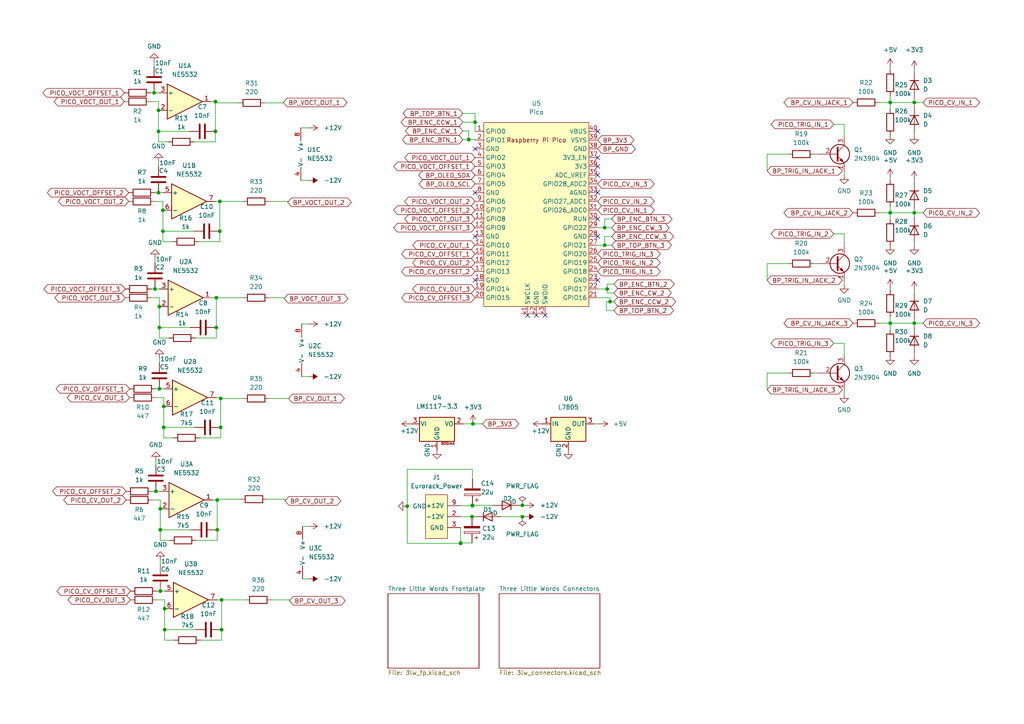
<source format=kicad_sch>
(kicad_sch (version 20211123) (generator eeschema)
  (paper "A4")
  (lib_symbols
    (symbol "Amplifier_Operational:NE5532" (pin_names (offset 0.127))
      (property "Reference" "U" (at 0 5.08 0))
      (property "Value" "NE5532" (at 0 -5.08 0))
      (symbol "NE5532_1_1"
        (pin output line (at 7.62 0 180) (length 2.54) (name "~") (number "1"))
        (pin input line (at -7.62 -2.54 0) (length 2.54) (name "-") (number "2"))
        (pin input line (at -7.62 2.54 0) (length 2.54) (name "+") (number "3"))
      )
      (symbol "NE5532_2_1"
        (pin input line (at -7.62 2.54 0) (length 2.54) (name "+") (number "5"))
        (pin input line (at -7.62 -2.54 0) (length 2.54) (name "-") (number "6"))
        (pin output line (at 7.62 0 180) (length 2.54) (name "~") (number "7"))
      )
      (symbol "NE5532_3_1"
        (pin power_in line (at -2.54 -7.62 90) (length 3.81) (name "V-") (number "4"))
        (pin power_in line (at -2.54 7.62 270) (length 3.81) (name "V+") (number "8"))
      )
    )
    (symbol "Device:C" (pin_numbers hide) (pin_names (offset 0.254))
      (property "Reference" "C" (at 0.635 2.54 0))
      (property "Value" "C" (at 0.635 -2.54 0))
      (symbol "C_1_1"
        (pin passive line (at 0 3.81 270) (length 2.794) (name "~") (number "1"))
        (pin passive line (at 0 -3.81 90) (length 2.794) (name "~") (number "2"))
      )
    )
    (symbol "Device:C_Polarized" (pin_numbers hide) (pin_names (offset 0.254))
      (property "Reference" "C" (at 0.635 2.54 0))
      (property "Value" "C_Polarized" (at 0.635 -2.54 0))
      (symbol "C_Polarized_1_1"
        (pin passive line (at 0 3.81 270) (length 2.794) (name "~") (number "1"))
        (pin passive line (at 0 -3.81 90) (length 2.794) (name "~") (number "2"))
      )
    )
    (symbol "Device:D" (pin_numbers hide) (pin_names (offset 1.016) hide)
      (property "Reference" "D" (at 0 2.54 0))
      (property "Value" "D" (at 0 -2.54 0))
      (symbol "D_1_1"
        (pin passive line (at -3.81 0 0) (length 2.54) (name "K") (number "1"))
        (pin passive line (at 3.81 0 180) (length 2.54) (name "A") (number "2"))
      )
    )
    (symbol "Device:R" (pin_numbers hide) (pin_names (offset 0))
      (property "Reference" "R" (at 2.032 0 90))
      (property "Value" "R" (at 0 0 90))
      (symbol "R_1_1"
        (pin passive line (at 0 3.81 270) (length 1.27) (name "~") (number "1"))
        (pin passive line (at 0 -3.81 90) (length 1.27) (name "~") (number "2"))
      )
    )
    (symbol "MCU_RaspberryPi_and_Boards:Pico"
      (property "Reference" "U" (at -13.97 27.94 0))
      (property "Value" "Pico" (at 0 19.05 0))
      (symbol "Pico_0_0"
        (text "Raspberry Pi Pico" (at 0 21.59 0) (effects (font (size 1.27 1.27))))
      )
      (symbol "Pico_1_1"
        (pin bidirectional line (at -17.78 24.13 0) (length 2.54) (name "GPIO0") (number "1"))
        (pin bidirectional line (at -17.78 1.27 0) (length 2.54) (name "GPIO7") (number "10"))
        (pin bidirectional line (at -17.78 -1.27 0) (length 2.54) (name "GPIO8") (number "11"))
        (pin bidirectional line (at -17.78 -3.81 0) (length 2.54) (name "GPIO9") (number "12"))
        (pin power_in line (at -17.78 -6.35 0) (length 2.54) (name "GND") (number "13"))
        (pin bidirectional line (at -17.78 -8.89 0) (length 2.54) (name "GPIO10") (number "14"))
        (pin bidirectional line (at -17.78 -11.43 0) (length 2.54) (name "GPIO11") (number "15"))
        (pin bidirectional line (at -17.78 -13.97 0) (length 2.54) (name "GPIO12") (number "16"))
        (pin bidirectional line (at -17.78 -16.51 0) (length 2.54) (name "GPIO13") (number "17"))
        (pin power_in line (at -17.78 -19.05 0) (length 2.54) (name "GND") (number "18"))
        (pin bidirectional line (at -17.78 -21.59 0) (length 2.54) (name "GPIO14") (number "19"))
        (pin bidirectional line (at -17.78 21.59 0) (length 2.54) (name "GPIO1") (number "2"))
        (pin bidirectional line (at -17.78 -24.13 0) (length 2.54) (name "GPIO15") (number "20"))
        (pin bidirectional line (at 17.78 -24.13 180) (length 2.54) (name "GPIO16") (number "21"))
        (pin bidirectional line (at 17.78 -21.59 180) (length 2.54) (name "GPIO17") (number "22"))
        (pin power_in line (at 17.78 -19.05 180) (length 2.54) (name "GND") (number "23"))
        (pin bidirectional line (at 17.78 -16.51 180) (length 2.54) (name "GPIO18") (number "24"))
        (pin bidirectional line (at 17.78 -13.97 180) (length 2.54) (name "GPIO19") (number "25"))
        (pin bidirectional line (at 17.78 -11.43 180) (length 2.54) (name "GPIO20") (number "26"))
        (pin bidirectional line (at 17.78 -8.89 180) (length 2.54) (name "GPIO21") (number "27"))
        (pin power_in line (at 17.78 -6.35 180) (length 2.54) (name "GND") (number "28"))
        (pin bidirectional line (at 17.78 -3.81 180) (length 2.54) (name "GPIO22") (number "29"))
        (pin power_in line (at -17.78 19.05 0) (length 2.54) (name "GND") (number "3"))
        (pin input line (at 17.78 -1.27 180) (length 2.54) (name "RUN") (number "30"))
        (pin bidirectional line (at 17.78 1.27 180) (length 2.54) (name "GPIO26_ADC0") (number "31"))
        (pin bidirectional line (at 17.78 3.81 180) (length 2.54) (name "GPIO27_ADC1") (number "32"))
        (pin power_in line (at 17.78 6.35 180) (length 2.54) (name "AGND") (number "33"))
        (pin bidirectional line (at 17.78 8.89 180) (length 2.54) (name "GPIO28_ADC2") (number "34"))
        (pin power_in line (at 17.78 11.43 180) (length 2.54) (name "ADC_VREF") (number "35"))
        (pin power_in line (at 17.78 13.97 180) (length 2.54) (name "3V3") (number "36"))
        (pin input line (at 17.78 16.51 180) (length 2.54) (name "3V3_EN") (number "37"))
        (pin bidirectional line (at 17.78 19.05 180) (length 2.54) (name "GND") (number "38"))
        (pin power_in line (at 17.78 21.59 180) (length 2.54) (name "VSYS") (number "39"))
        (pin bidirectional line (at -17.78 16.51 0) (length 2.54) (name "GPIO2") (number "4"))
        (pin power_in line (at 17.78 24.13 180) (length 2.54) (name "VBUS") (number "40"))
        (pin input line (at -2.54 -29.21 90) (length 2.54) (name "SWCLK") (number "41"))
        (pin power_in line (at 0 -29.21 90) (length 2.54) (name "GND") (number "42"))
        (pin bidirectional line (at 2.54 -29.21 90) (length 2.54) (name "SWDIO") (number "43"))
        (pin bidirectional line (at -17.78 13.97 0) (length 2.54) (name "GPIO3") (number "5"))
        (pin bidirectional line (at -17.78 11.43 0) (length 2.54) (name "GPIO4") (number "6"))
        (pin bidirectional line (at -17.78 8.89 0) (length 2.54) (name "GPIO5") (number "7"))
        (pin power_in line (at -17.78 6.35 0) (length 2.54) (name "GND") (number "8"))
        (pin bidirectional line (at -17.78 3.81 0) (length 2.54) (name "GPIO6") (number "9"))
      )
    )
    (symbol "Regulator_Linear:L7805" (pin_names (offset 0.254))
      (property "Reference" "U" (at -3.81 3.175 0))
      (property "Value" "L7805" (at 0 3.175 0))
      (symbol "L7805_1_1"
        (pin power_in line (at -7.62 0 0) (length 2.54) (name "IN") (number "1"))
        (pin power_in line (at 0 -7.62 90) (length 2.54) (name "GND") (number "2"))
        (pin power_out line (at 7.62 0 180) (length 2.54) (name "OUT") (number "3"))
      )
    )
    (symbol "Transistor_BJT:2N3904" (pin_names (offset 0) hide)
      (property "Reference" "Q" (at 5.08 1.905 0))
      (property "Value" "2N3904" (at 5.08 0 0))
      (symbol "2N3904_1_1"
        (pin passive line (at 2.54 -5.08 90) (length 2.54) (name "E") (number "1"))
        (pin passive line (at -5.08 0 0) (length 5.715) (name "B") (number "2"))
        (pin passive line (at 2.54 5.08 270) (length 2.54) (name "C") (number "3"))
      )
    )
    (symbol "power:+12V" (power) (pin_names (offset 0))
      (property "Value" "+12V" (at 0 3.556 0))
      (symbol "+12V_1_1"
        (pin power_in line (at 0 0 90) (length 0) hide (name "+12V") (number "1"))
      )
    )
    (symbol "power:+3V3" (power) (pin_names (offset 0))
      (property "Value" "+3V3" (at 0 3.556 0))
      (symbol "+3V3_1_1"
        (pin power_in line (at 0 0 90) (length 0) hide (name "+3V3") (number "1"))
      )
    )
    (symbol "power:+5V" (power) (pin_names (offset 0))
      (property "Value" "+5V" (at 0 3.556 0))
      (symbol "+5V_1_1"
        (pin power_in line (at 0 0 90) (length 0) hide (name "+5V") (number "1"))
      )
    )
    (symbol "power:-12V" (power) (pin_names (offset 0))
      (property "Value" "-12V" (at 0 3.81 0))
      (symbol "-12V_0_0"
        (pin power_in line (at 0 0 90) (length 0) hide (name "-12V") (number "1"))
      )
    )
    (symbol "power:GND" (power) (pin_names (offset 0))
      (property "Value" "GND" (at 0 -3.81 0))
      (symbol "GND_1_1"
        (pin power_in line (at 0 0 270) (length 0) hide (name "GND") (number "1"))
      )
    )
    (symbol "power:PWR_FLAG" (power) (pin_numbers hide) (pin_names (offset 0) hide)
      (property "Value" "PWR_FLAG" (at 0 3.81 0))
      (symbol "PWR_FLAG_0_0"
        (pin power_out line (at 0 0 90) (length 0) (name "pwr") (number "1"))
      )
    )
    (symbol "winterbloom:Eurorack_Power" (pin_names (offset 1.016))
      (property "Reference" "J" (at -0.635 7.62 0))
      (property "Value" "Eurorack_Power" (at 0 -7.62 0))
      (symbol "Eurorack_Power_1_1"
        (pin power_out line (at 6.985 0 180) (length 3.81) hide (name "-12V") (number "1"))
        (pin passive line (at 6.985 3.175 180) (length 3.81) hide (name "+12V") (number "10"))
        (pin passive line (at 6.985 0 180) (length 3.81) (name "-12V") (number "2"))
        (pin power_out line (at 6.985 -3.175 180) (length 3.81) (name "GND") (number "3"))
        (pin passive line (at 6.985 -3.175 180) (length 3.81) hide (name "GND") (number "4"))
        (pin passive line (at 6.985 -3.175 180) (length 3.81) hide (name "GND") (number "5"))
        (pin passive line (at 6.985 -3.175 180) (length 3.81) hide (name "GND") (number "6"))
        (pin passive line (at 6.985 -3.175 180) (length 3.81) hide (name "GND") (number "7"))
        (pin passive line (at 6.985 -3.175 180) (length 3.81) hide (name "GND") (number "8"))
        (pin power_out line (at 6.985 3.175 180) (length 3.81) (name "+12V") (number "9"))
      )
    )
    (symbol "winterbloom:LM1117-3.3" (pin_names (offset 0.254))
      (property "Reference" "U" (at -5.08 5.08 0))
      (property "Value" "LM1117-3.3" (at -5.715 3.175 0))
      (symbol "LM1117-3.3_0_0"
        (text "800mA" (at 3.175 -5.715 0) (effects (font (size 0.762 0.762))))
      )
      (symbol "LM1117-3.3_1_1"
        (pin power_in line (at 0 -7.62 90) (length 2.54) (name "GND") (number "1"))
        (pin power_out line (at 7.62 0 180) (length 2.54) (name "VO") (number "2"))
        (pin power_in line (at -7.62 0 0) (length 2.54) (name "VI") (number "3"))
      )
    )
  )
  (junction (at 137.16 122.936))
  (junction (at 47.244 67.056))
  (junction (at 62.738 94.996))
  (junction (at 62.992 153.67))
  (junction (at 45.974 38.1))
  (junction (at 265.176 29.718))
  (junction (at 135.9526 40.4543))
  (junction (at 175.387 66.04))
  (junction (at 46.228 88.9))
  (junction (at 47.752 182.626))
  (junction (at 47.244 60.96))
  (junction (at 62.4723 29.464))
  (junction (at 62.738 86.36))
  (junction (at 151.511 149.86))
  (junction (at 45.974 55.88))
  (junction (at 46.482 147.574))
  (junction (at 133.604 157.607))
  (junction (at 151.511 146.558))
  (junction (at 46.482 153.67))
  (junction (at 64.262 173.99))
  (junction (at 175.3951 71.12))
  (junction (at 265.176 61.722))
  (junction (at 137.795 35.433))
  (junction (at 258.191 93.726))
  (junction (at 46.228 112.776))
  (junction (at 136.906 149.86))
  (junction (at 62.992 145.034))
  (junction (at 47.498 123.952))
  (junction (at 176.9479 87.503))
  (junction (at 63.754 67.056))
  (junction (at 64.008 115.57))
  (junction (at 258.191 61.722))
  (junction (at 46.228 94.996))
  (junction (at 45.212 142.494))
  (junction (at 137.033 146.685))
  (junction (at 133.604 157.48))
  (junction (at 265.176 93.726))
  (junction (at 47.498 117.856))
  (junction (at 63.754 58.42))
  (junction (at 44.704 26.924))
  (junction (at 46.482 171.45))
  (junction (at 137.033 146.558))
  (junction (at 64.008 123.952))
  (junction (at 118.11 146.812))
  (junction (at 44.958 83.82))
  (junction (at 64.262 182.626))
  (junction (at 45.974 32.004))
  (junction (at 62.484 38.1))
  (junction (at 258.191 29.718))
  (junction (at 135.9526 40.513))
  (junction (at 176.1002 83.82))
  (junction (at 47.752 176.53))
  (no_connect (at 137.795 68.58))
  (no_connect (at 137.795 43.18))
  (no_connect (at 173.355 55.88))
  (no_connect (at 155.575 91.44))
  (no_connect (at 173.355 68.58))
  (no_connect (at 153.035 91.44))
  (no_connect (at 158.115 91.44))
  (no_connect (at 137.795 55.88))
  (no_connect (at 173.355 50.8))
  (no_connect (at 173.355 45.72))
  (no_connect (at 137.795 81.28))
  (no_connect (at 173.355 81.28))
  (no_connect (at 173.355 38.1))
  (no_connect (at 173.355 48.26))
  (no_connect (at 173.355 63.5))
  (wire (pts (xy 265.176 60.452) (xy 265.176 61.722)))
  (wire (pts (xy 44.196 145.034) (xy 46.482 145.034)))
  (wire (pts (xy 244.856 67.818) (xy 244.856 71.374)))
  (wire (pts (xy 43.942 83.82) (xy 44.958 83.82)))
  (wire (pts (xy 244.856 49.784) (xy 244.856 50.8)))
  (wire (pts (xy 47.498 115.316) (xy 47.498 117.856)))
  (wire (pts (xy 64.008 115.316) (xy 62.738 115.316)))
  (wire (pts (xy 46.228 98.044) (xy 46.228 94.996)))
  (wire (pts (xy 69.215 29.845) (xy 62.4723 29.845)))
  (wire (pts (xy 77.47 144.78) (xy 82.677 144.78)))
  (wire (pts (xy 133.604 153.035) (xy 133.604 157.48)))
  (wire (pts (xy 82.169 29.845) (xy 82.169 29.718)))
  (wire (pts (xy 176.1002 82.423) (xy 176.1002 83.82)))
  (wire (pts (xy 150.749 146.558) (xy 151.511 146.558)))
  (wire (pts (xy 133.604 146.685) (xy 137.033 146.685)))
  (wire (pts (xy 83.439 58.42) (xy 83.439 58.674)))
  (wire (pts (xy 178.054 82.423) (xy 176.1002 82.423)))
  (wire (pts (xy 64.008 115.316) (xy 64.008 115.57)))
  (wire (pts (xy 258.191 93.726) (xy 258.191 91.821)))
  (wire (pts (xy 78.105 115.57) (xy 83.693 115.57)))
  (wire (pts (xy 64.262 185.674) (xy 64.262 182.626)))
  (wire (pts (xy 82.677 144.78) (xy 82.677 145.288)))
  (wire (pts (xy 255.016 93.726) (xy 258.191 93.726)))
  (wire (pts (xy 118.11 136.144) (xy 118.11 146.812)))
  (wire (pts (xy 62.992 144.78) (xy 62.992 145.034)))
  (wire (pts (xy 46.228 94.996) (xy 46.228 88.9)))
  (wire (pts (xy 76.835 29.845) (xy 82.169 29.845)))
  (wire (pts (xy 118.11 136.144) (xy 137.033 136.144)))
  (wire (pts (xy 151.511 149.86) (xy 152.273 149.86)))
  (wire (pts (xy 46.482 145.034) (xy 46.482 147.574)))
  (wire (pts (xy 265.176 102.616) (xy 265.176 103.251)))
  (wire (pts (xy 45.974 41.148) (xy 45.974 38.1)))
  (wire (pts (xy 265.176 29.718) (xy 265.176 30.988)))
  (wire (pts (xy 135.9526 40.4543) (xy 137.795 40.4543)))
  (wire (pts (xy 58.166 185.674) (xy 64.262 185.674)))
  (wire (pts (xy 43.688 26.924) (xy 44.704 26.924)))
  (wire (pts (xy 56.642 98.044) (xy 62.738 98.044)))
  (wire (pts (xy 173.355 71.12) (xy 175.3951 71.12)))
  (wire (pts (xy 46.228 112.776) (xy 47.498 112.776)))
  (wire (pts (xy 258.191 93.726) (xy 265.176 93.726)))
  (wire (pts (xy 137.795 35.433) (xy 137.795 38.1)))
  (wire (pts (xy 265.176 61.722) (xy 267.716 61.722)))
  (wire (pts (xy 45.212 134.874) (xy 45.212 133.604)))
  (wire (pts (xy 175.387 66.04) (xy 177.419 66.04)))
  (wire (pts (xy 241.808 67.818) (xy 244.856 67.818)))
  (wire (pts (xy 62.484 38.1) (xy 62.484 29.464)))
  (wire (pts (xy 244.856 113.284) (xy 244.856 114.3)))
  (wire (pts (xy 57.658 70.104) (xy 63.754 70.104)))
  (wire (pts (xy 87.503 109.22) (xy 89.535 109.22)))
  (wire (pts (xy 151.511 146.558) (xy 152.273 146.558)))
  (wire (pts (xy 47.498 127) (xy 50.292 127)))
  (wire (pts (xy 44.958 58.42) (xy 47.244 58.42)))
  (wire (pts (xy 241.808 36.068) (xy 244.856 36.068)))
  (wire (pts (xy 46.228 105.156) (xy 46.228 103.886)))
  (wire (pts (xy 87.503 93.98) (xy 89.535 93.98)))
  (wire (pts (xy 244.856 99.568) (xy 244.856 103.124)))
  (wire (pts (xy 62.738 98.044) (xy 62.738 94.996)))
  (wire (pts (xy 137.16 122.936) (xy 139.954 122.936)))
  (wire (pts (xy 49.276 156.718) (xy 46.482 156.718)))
  (wire (pts (xy 236.22 76.454) (xy 237.236 76.454)))
  (wire (pts (xy 64.008 127) (xy 64.008 123.952)))
  (wire (pts (xy 222.504 108.204) (xy 228.6 108.204)))
  (wire (pts (xy 137.795 40.4543) (xy 137.795 40.64)))
  (wire (pts (xy 46.482 156.718) (xy 46.482 153.67)))
  (wire (pts (xy 136.906 149.86) (xy 137.668 149.86)))
  (wire (pts (xy 265.176 84.201) (xy 265.176 84.836)))
  (wire (pts (xy 222.504 81.28) (xy 222.504 76.454)))
  (wire (pts (xy 47.244 70.104) (xy 50.038 70.104)))
  (wire (pts (xy 45.974 38.1) (xy 45.974 32.004)))
  (wire (pts (xy 236.22 44.704) (xy 237.236 44.704)))
  (wire (pts (xy 87.757 167.894) (xy 89.535 167.894)))
  (wire (pts (xy 62.992 153.67) (xy 62.992 145.034)))
  (wire (pts (xy 45.974 48.26) (xy 45.974 46.99)))
  (wire (pts (xy 47.752 185.674) (xy 50.546 185.674)))
  (wire (pts (xy 63.754 67.056) (xy 63.754 58.42)))
  (wire (pts (xy 244.856 81.534) (xy 244.856 82.55)))
  (wire (pts (xy 244.856 36.068) (xy 244.856 39.624)))
  (wire (pts (xy 47.244 67.056) (xy 47.244 60.96)))
  (wire (pts (xy 47.752 185.674) (xy 47.752 182.626)))
  (wire (pts (xy 43.688 29.464) (xy 45.974 29.464)))
  (wire (pts (xy 44.958 76.2) (xy 44.958 74.93)))
  (wire (pts (xy 56.642 182.626) (xy 47.752 182.626)))
  (wire (pts (xy 175.3951 68.58) (xy 175.3951 71.12)))
  (wire (pts (xy 255.016 29.718) (xy 258.191 29.718)))
  (wire (pts (xy 46.482 153.67) (xy 46.482 147.574)))
  (wire (pts (xy 64.262 182.626) (xy 64.262 173.99)))
  (wire (pts (xy 55.372 153.67) (xy 46.482 153.67)))
  (wire (pts (xy 62.4723 29.845) (xy 62.4723 29.464)))
  (wire (pts (xy 47.498 123.952) (xy 47.498 117.856)))
  (wire (pts (xy 176.1002 83.82) (xy 176.1002 84.963)))
  (wire (pts (xy 134.239 37.973) (xy 135.9526 37.973)))
  (wire (pts (xy 258.191 29.718) (xy 258.191 27.813)))
  (wire (pts (xy 265.176 61.722) (xy 265.176 62.992)))
  (wire (pts (xy 78.74 173.99) (xy 83.947 173.99)))
  (wire (pts (xy 133.604 157.48) (xy 133.604 157.607)))
  (wire (pts (xy 137.033 146.685) (xy 137.033 146.558)))
  (wire (pts (xy 57.912 127) (xy 64.008 127)))
  (wire (pts (xy 44.704 19.304) (xy 44.704 18.034)))
  (wire (pts (xy 62.738 94.996) (xy 62.738 86.36)))
  (wire (pts (xy 255.016 61.722) (xy 258.191 61.722)))
  (wire (pts (xy 69.85 144.78) (xy 62.992 144.78)))
  (wire (pts (xy 222.504 76.454) (xy 228.6 76.454)))
  (wire (pts (xy 54.864 38.1) (xy 45.974 38.1)))
  (wire (pts (xy 45.212 112.776) (xy 46.228 112.776)))
  (wire (pts (xy 118.11 157.607) (xy 133.604 157.607)))
  (wire (pts (xy 63.754 58.42) (xy 62.484 58.42)))
  (wire (pts (xy 62.4723 29.464) (xy 61.214 29.464)))
  (wire (pts (xy 45.212 115.316) (xy 47.498 115.316)))
  (wire (pts (xy 258.191 19.558) (xy 258.191 20.193)))
  (wire (pts (xy 135.9526 40.4543) (xy 135.9526 40.513)))
  (wire (pts (xy 83.947 173.99) (xy 83.947 174.244)))
  (wire (pts (xy 137.033 146.558) (xy 143.129 146.558)))
  (wire (pts (xy 173.355 83.82) (xy 176.1002 83.82)))
  (wire (pts (xy 45.974 55.88) (xy 47.244 55.88)))
  (wire (pts (xy 137.033 138.938) (xy 137.033 136.144)))
  (wire (pts (xy 241.808 99.568) (xy 244.856 99.568)))
  (wire (pts (xy 44.704 26.924) (xy 45.974 26.924)))
  (wire (pts (xy 135.9526 37.973) (xy 135.9526 40.4543)))
  (wire (pts (xy 176.9479 87.503) (xy 176.9479 86.36)))
  (wire (pts (xy 45.466 173.99) (xy 47.752 173.99)))
  (wire (pts (xy 134.239 35.433) (xy 137.795 35.433)))
  (wire (pts (xy 177.419 63.5) (xy 175.387 63.5)))
  (wire (pts (xy 265.176 20.193) (xy 265.176 20.828)))
  (wire (pts (xy 47.752 182.626) (xy 47.752 176.53)))
  (wire (pts (xy 175.878 90.043) (xy 175.878 87.503)))
  (wire (pts (xy 134.366 122.936) (xy 137.16 122.936)))
  (wire (pts (xy 222.504 49.53) (xy 222.504 44.704)))
  (wire (pts (xy 43.942 86.36) (xy 46.228 86.36)))
  (wire (pts (xy 63.754 58.42) (xy 70.485 58.42)))
  (wire (pts (xy 222.504 113.03) (xy 222.504 108.204)))
  (wire (pts (xy 134.239 40.513) (xy 135.9526 40.513)))
  (wire (pts (xy 48.768 41.148) (xy 45.974 41.148)))
  (wire (pts (xy 45.212 142.494) (xy 46.482 142.494)))
  (wire (pts (xy 47.498 127) (xy 47.498 123.952)))
  (wire (pts (xy 134.239 32.893) (xy 137.795 32.893)))
  (wire (pts (xy 258.191 29.718) (xy 265.176 29.718)))
  (wire (pts (xy 56.388 123.952) (xy 47.498 123.952)))
  (wire (pts (xy 55.118 94.996) (xy 46.228 94.996)))
  (wire (pts (xy 56.134 67.056) (xy 47.244 67.056)))
  (wire (pts (xy 64.262 173.99) (xy 62.992 173.99)))
  (wire (pts (xy 265.176 93.726) (xy 267.716 93.726)))
  (wire (pts (xy 46.482 171.45) (xy 47.752 171.45)))
  (wire (pts (xy 265.176 29.718) (xy 267.716 29.718)))
  (wire (pts (xy 56.896 156.718) (xy 62.992 156.718)))
  (wire (pts (xy 265.176 92.456) (xy 265.176 93.726)))
  (wire (pts (xy 45.974 29.464) (xy 45.974 32.004)))
  (wire (pts (xy 64.008 115.57) (xy 64.008 123.952)))
  (wire (pts (xy 258.191 29.718) (xy 258.191 31.623)))
  (wire (pts (xy 177.419 68.58) (xy 175.3951 68.58)))
  (wire (pts (xy 46.482 163.83) (xy 46.482 162.56)))
  (wire (pts (xy 175.387 66.04) (xy 173.355 66.04)))
  (wire (pts (xy 145.288 149.86) (xy 151.511 149.86)))
  (wire (pts (xy 258.191 61.722) (xy 258.191 59.817)))
  (wire (pts (xy 265.176 38.608) (xy 265.176 39.243)))
  (wire (pts (xy 62.484 41.148) (xy 62.484 38.1)))
  (wire (pts (xy 178.054 87.503) (xy 176.9479 87.503)))
  (wire (pts (xy 222.504 44.704) (xy 228.6 44.704)))
  (wire (pts (xy 62.738 86.36) (xy 61.468 86.36)))
  (wire (pts (xy 172.466 122.936) (xy 173.736 122.936)))
  (wire (pts (xy 47.244 58.42) (xy 47.244 60.96)))
  (wire (pts (xy 176.9479 86.36) (xy 173.355 86.36)))
  (wire (pts (xy 265.176 28.448) (xy 265.176 29.718)))
  (wire (pts (xy 175.387 63.5) (xy 175.387 66.04)))
  (wire (pts (xy 136.906 157.48) (xy 133.604 157.48)))
  (wire (pts (xy 49.022 98.044) (xy 46.228 98.044)))
  (wire (pts (xy 133.604 149.86) (xy 136.906 149.86)))
  (wire (pts (xy 265.176 52.197) (xy 265.176 52.832)))
  (wire (pts (xy 258.191 61.722) (xy 265.176 61.722)))
  (wire (pts (xy 258.191 61.722) (xy 258.191 63.627)))
  (wire (pts (xy 87.757 152.654) (xy 89.535 152.654)))
  (wire (pts (xy 178.054 84.963) (xy 176.1002 84.963)))
  (wire (pts (xy 118.11 146.812) (xy 118.11 157.607)))
  (wire (pts (xy 137.795 32.893) (xy 137.795 35.433)))
  (wire (pts (xy 46.228 86.36) (xy 46.228 88.9)))
  (wire (pts (xy 45.466 171.45) (xy 46.482 171.45)))
  (wire (pts (xy 56.388 41.148) (xy 62.484 41.148)))
  (wire (pts (xy 78.105 58.42) (xy 83.439 58.42)))
  (wire (pts (xy 236.22 108.204) (xy 237.236 108.204)))
  (wire (pts (xy 47.244 70.104) (xy 47.244 67.056)))
  (wire (pts (xy 178.054 90.043) (xy 175.878 90.043)))
  (wire (pts (xy 265.176 70.612) (xy 265.176 71.247)))
  (wire (pts (xy 176.9479 87.503) (xy 175.878 87.503)))
  (wire (pts (xy 44.958 83.82) (xy 46.228 83.82)))
  (wire (pts (xy 44.958 55.88) (xy 45.974 55.88)))
  (wire (pts (xy 64.262 173.99) (xy 71.12 173.99)))
  (wire (pts (xy 82.423 86.36) (xy 82.423 86.614)))
  (wire (pts (xy 70.485 115.57) (xy 64.008 115.57)))
  (wire (pts (xy 62.992 156.718) (xy 62.992 153.67)))
  (wire (pts (xy 87.249 52.324) (xy 89.535 52.324)))
  (wire (pts (xy 258.191 51.562) (xy 258.191 52.197)))
  (wire (pts (xy 87.249 37.084) (xy 89.535 37.084)))
  (wire (pts (xy 47.752 173.99) (xy 47.752 176.53)))
  (wire (pts (xy 258.191 93.726) (xy 258.191 95.631)))
  (wire (pts (xy 62.738 86.36) (xy 70.485 86.36)))
  (wire (pts (xy 265.176 93.726) (xy 265.176 94.996)))
  (wire (pts (xy 62.484 29.464) (xy 62.4723 29.464)))
  (wire (pts (xy 44.196 142.494) (xy 45.212 142.494)))
  (wire (pts (xy 175.3951 71.12) (xy 177.419 71.12)))
  (wire (pts (xy 258.191 83.566) (xy 258.191 84.201)))
  (wire (pts (xy 63.754 70.104) (xy 63.754 67.056)))
  (wire (pts (xy 78.105 86.36) (xy 82.423 86.36)))
  (wire (pts (xy 62.992 145.034) (xy 61.722 145.034)))
  (global_label "PICO_VOCT_OFFSET_2" (shape bidirectional) (at 137.795 60.96 180) (property "Intersheet References" "${INTERSHEET_REFS}" (effects hide)))
  (global_label "BP_CV_IN_JACK_1" (shape bidirectional) (at 247.396 29.718 180) (property "Intersheet References" "${INTERSHEET_REFS}" (effects hide)))
  (global_label "PICO_TRIG_IN_3" (shape bidirectional) (at 241.808 99.568 180) (property "Intersheet References" "${INTERSHEET_REFS}" (effects hide)))
  (global_label "PICO_VOCT_OFFSET_3" (shape bidirectional) (at 137.795 66.04 180) (property "Intersheet References" "${INTERSHEET_REFS}" (effects hide)))
  (global_label "PICO_CV_IN_2" (shape bidirectional) (at 267.716 61.722 0) (property "Intersheet References" "${INTERSHEET_REFS}" (effects hide)))
  (global_label "BP_CV_OUT_2" (shape bidirectional) (at 82.677 145.288 0) (property "Intersheet References" "${INTERSHEET_REFS}" (effects hide)))
  (global_label "PICO_TRIG_IN_1" (shape bidirectional) (at 241.808 36.068 180) (property "Intersheet References" "${INTERSHEET_REFS}" (effects hide)))
  (global_label "BP_ENC_CW_2" (shape bidirectional) (at 178.054 84.963 0) (property "Intersheet References" "${INTERSHEET_REFS}" (effects hide)))
  (global_label "BP_3V3" (shape bidirectional) (at 139.954 122.936 0) (property "Intersheet References" "${INTERSHEET_REFS}" (effects hide)))
  (global_label "BP_ENC_CCW_1" (shape bidirectional) (at 134.239 35.433 180) (property "Intersheet References" "${INTERSHEET_REFS}" (effects hide)))
  (global_label "PICO_VOCT_OUT_2" (shape bidirectional) (at 137.795 58.42 180) (property "Intersheet References" "${INTERSHEET_REFS}" (effects hide)))
  (global_label "BP_TRIG_IN_JACK_3" (shape bidirectional) (at 222.504 113.03 0) (property "Intersheet References" "${INTERSHEET_REFS}" (effects hide)))
  (global_label "PICO_CV_OFFSET_2" (shape bidirectional) (at 137.795 78.74 180) (property "Intersheet References" "${INTERSHEET_REFS}" (effects hide)))
  (global_label "BP_CV_OUT_3" (shape bidirectional) (at 83.947 174.244 0) (property "Intersheet References" "${INTERSHEET_REFS}" (effects hide)))
  (global_label "PICO_CV_IN_3" (shape bidirectional) (at 267.716 93.726 0) (property "Intersheet References" "${INTERSHEET_REFS}" (effects hide)))
  (global_label "BP_ENC_CCW_2" (shape bidirectional) (at 178.054 87.503 0) (property "Intersheet References" "${INTERSHEET_REFS}" (effects hide)))
  (global_label "PICO_TRIG_IN_1" (shape bidirectional) (at 173.355 78.74 0) (property "Intersheet References" "${INTERSHEET_REFS}" (effects hide)))
  (global_label "PICO_CV_OFFSET_2" (shape bidirectional) (at 36.576 142.494 180) (property "Intersheet References" "${INTERSHEET_REFS}" (effects hide)))
  (global_label "BP_TRIG_IN_JACK_1" (shape bidirectional) (at 222.504 49.53 0) (property "Intersheet References" "${INTERSHEET_REFS}" (effects hide)))
  (global_label "BP_ENC_BTN_1" (shape bidirectional) (at 134.239 40.513 180) (property "Intersheet References" "${INTERSHEET_REFS}" (effects hide)))
  (global_label "PICO_TRIG_IN_2" (shape bidirectional) (at 173.355 76.2 0) (property "Intersheet References" "${INTERSHEET_REFS}" (effects hide)))
  (global_label "BP_ENC_BTN_3" (shape bidirectional) (at 177.419 63.5 0) (property "Intersheet References" "${INTERSHEET_REFS}" (effects hide)))
  (global_label "PICO_TRIG_IN_3" (shape bidirectional) (at 173.355 73.66 0) (property "Intersheet References" "${INTERSHEET_REFS}" (effects hide)))
  (global_label "PICO_VOCT_OUT_1" (shape bidirectional) (at 36.068 29.464 180) (property "Intersheet References" "${INTERSHEET_REFS}" (effects hide)))
  (global_label "PICO_CV_OUT_2" (shape bidirectional) (at 36.576 145.034 180) (property "Intersheet References" "${INTERSHEET_REFS}" (effects hide)))
  (global_label "BP_ENC_CW_1" (shape bidirectional) (at 134.239 37.973 180) (property "Intersheet References" "${INTERSHEET_REFS}" (effects hide)))
  (global_label "BP_TRIG_IN_JACK_2" (shape bidirectional) (at 222.504 81.28 0) (property "Intersheet References" "${INTERSHEET_REFS}" (effects hide)))
  (global_label "PICO_CV_OFFSET_1" (shape bidirectional) (at 37.592 112.776 180) (property "Intersheet References" "${INTERSHEET_REFS}" (effects hide)))
  (global_label "PICO_VOCT_OFFSET_1" (shape bidirectional) (at 36.068 26.924 180) (property "Intersheet References" "${INTERSHEET_REFS}" (effects hide)))
  (global_label "PICO_CV_IN_1" (shape bidirectional) (at 173.355 60.96 0) (property "Intersheet References" "${INTERSHEET_REFS}" (effects hide)))
  (global_label "BP_OLED_SCL" (shape bidirectional) (at 137.795 53.34 180) (property "Intersheet References" "${INTERSHEET_REFS}" (effects hide)))
  (global_label "PICO_CV_IN_2" (shape bidirectional) (at 173.355 58.42 0) (property "Intersheet References" "${INTERSHEET_REFS}" (effects hide)))
  (global_label "BP_OLED_SDA" (shape bidirectional) (at 137.795 50.8 180) (property "Intersheet References" "${INTERSHEET_REFS}" (effects hide)))
  (global_label "BP_VOCT_OUT_3" (shape bidirectional) (at 82.423 86.614 0) (property "Intersheet References" "${INTERSHEET_REFS}" (effects hide)))
  (global_label "PICO_VOCT_OUT_1" (shape bidirectional) (at 137.795 45.72 180) (property "Intersheet References" "${INTERSHEET_REFS}" (effects hide)))
  (global_label "PICO_CV_OUT_3" (shape bidirectional) (at 137.795 83.82 180) (property "Intersheet References" "${INTERSHEET_REFS}" (effects hide)))
  (global_label "BP_CV_IN_JACK_3" (shape bidirectional) (at 247.396 93.726 180) (property "Intersheet References" "${INTERSHEET_REFS}" (effects hide)))
  (global_label "PICO_VOCT_OUT_3" (shape bidirectional) (at 36.322 86.36 180) (property "Intersheet References" "${INTERSHEET_REFS}" (effects hide)))
  (global_label "BP_ENC_CW_3" (shape bidirectional) (at 177.419 66.04 0) (property "Intersheet References" "${INTERSHEET_REFS}" (effects hide)))
  (global_label "PICO_CV_OFFSET_3" (shape bidirectional) (at 137.795 86.36 180) (property "Intersheet References" "${INTERSHEET_REFS}" (effects hide)))
  (global_label "PICO_CV_OUT_1" (shape bidirectional) (at 37.592 115.316 180) (property "Intersheet References" "${INTERSHEET_REFS}" (effects hide)))
  (global_label "BP_TOP_BTN_1" (shape bidirectional) (at 134.239 32.893 180) (property "Intersheet References" "${INTERSHEET_REFS}" (effects hide)))
  (global_label "PICO_CV_OUT_1" (shape bidirectional) (at 137.795 71.12 180) (property "Intersheet References" "${INTERSHEET_REFS}" (effects hide)))
  (global_label "PICO_CV_IN_1" (shape bidirectional) (at 267.716 29.718 0) (property "Intersheet References" "${INTERSHEET_REFS}" (effects hide)))
  (global_label "PICO_TRIG_IN_2" (shape bidirectional) (at 241.808 67.818 180) (property "Intersheet References" "${INTERSHEET_REFS}" (effects hide)))
  (global_label "BP_CV_IN_JACK_2" (shape bidirectional) (at 247.396 61.722 180) (property "Intersheet References" "${INTERSHEET_REFS}" (effects hide)))
  (global_label "PICO_CV_OFFSET_3" (shape bidirectional) (at 37.846 171.45 180) (property "Intersheet References" "${INTERSHEET_REFS}" (effects hide)))
  (global_label "BP_TOP_BTN_3" (shape bidirectional) (at 177.419 71.12 0) (property "Intersheet References" "${INTERSHEET_REFS}" (effects hide)))
  (global_label "PICO_VOCT_OFFSET_1" (shape bidirectional) (at 137.795 48.26 180) (property "Intersheet References" "${INTERSHEET_REFS}" (effects hide)))
  (global_label "PICO_VOCT_OUT_3" (shape bidirectional) (at 137.795 63.5 180) (property "Intersheet References" "${INTERSHEET_REFS}" (effects hide)))
  (global_label "PICO_VOCT_OFFSET_2" (shape bidirectional) (at 37.338 55.88 180) (property "Intersheet References" "${INTERSHEET_REFS}" (effects hide)))
  (global_label "PICO_VOCT_OUT_2" (shape bidirectional) (at 37.338 58.42 180) (property "Intersheet References" "${INTERSHEET_REFS}" (effects hide)))
  (global_label "BP_VOCT_OUT_1" (shape bidirectional) (at 82.169 29.718 0) (property "Intersheet References" "${INTERSHEET_REFS}" (effects hide)))
  (global_label "BP_CV_OUT_1" (shape bidirectional) (at 83.693 115.57 0) (property "Intersheet References" "${INTERSHEET_REFS}" (effects hide)))
  (global_label "PICO_CV_OFFSET_1" (shape bidirectional) (at 137.795 73.66 180) (property "Intersheet References" "${INTERSHEET_REFS}" (effects hide)))
  (global_label "PICO_CV_OUT_2" (shape bidirectional) (at 137.795 76.2 180) (property "Intersheet References" "${INTERSHEET_REFS}" (effects hide)))
  (global_label "BP_TOP_BTN_2" (shape bidirectional) (at 178.054 90.043 0) (property "Intersheet References" "${INTERSHEET_REFS}" (effects hide)))
  (global_label "PICO_CV_IN_3" (shape bidirectional) (at 173.355 53.34 0) (property "Intersheet References" "${INTERSHEET_REFS}" (effects hide)))
  (global_label "BP_GND" (shape bidirectional) (at 173.355 43.18 0) (property "Intersheet References" "${INTERSHEET_REFS}" (effects hide)))
  (global_label "BP_VOCT_OUT_2" (shape bidirectional) (at 83.439 58.674 0) (property "Intersheet References" "${INTERSHEET_REFS}" (effects hide)))
  (global_label "BP_3V3" (shape bidirectional) (at 173.355 40.64 0) (property "Intersheet References" "${INTERSHEET_REFS}" (effects hide)))
  (global_label "PICO_VOCT_OFFSET_3" (shape bidirectional) (at 36.322 83.82 180) (property "Intersheet References" "${INTERSHEET_REFS}" (effects hide)))
  (global_label "BP_ENC_BTN_2" (shape bidirectional) (at 178.054 82.423 0) (property "Intersheet References" "${INTERSHEET_REFS}" (effects hide)))
  (global_label "PICO_CV_OUT_3" (shape bidirectional) (at 37.846 173.99 180) (property "Intersheet References" "${INTERSHEET_REFS}" (effects hide)))
  (global_label "BP_ENC_CCW_3" (shape bidirectional) (at 177.419 68.58 0) (property "Intersheet References" "${INTERSHEET_REFS}" (effects hide)))
  (symbol (lib_id "Transistor_BJT:2N3904") (at 242.316 44.704 0) (unit 1)
    (property "Reference" "Q1" (at 247.65 43.4339 0) (effects (justify left)))
    (property "Value" "2N3904" (at 247.65 45.9739 0) (effects (justify left)))
    (property "Footprint" "Package_TO_SOT_THT:TO-92_Inline" (effects hide))
    (property "Datasheet" "https://www.onsemi.com/pub/Collateral/2N3903-D.PDF" (effects hide))
  )
  (symbol (lib_id "Device:R") (at 41.656 171.45 90) (unit 1)
    (property "Reference" "R11" (at 41.656 165.608 90))
    (property "Value" "1k" (at 41.656 168.148 90))
  )
  (symbol (lib_id "Amplifier_Operational:NE5532") (at 90.043 101.6 0) (unit 3)
    (property "Reference" "U2" (at 89.281 100.3299 0) (effects (justify left)))
    (property "Value" "NE5532" (at 89.281 102.8699 0) (effects (justify left)))
    (property "Datasheet" "http://www.ti.com/lit/ds/symlink/ne5532.pdf" (effects hide))
  )
  (symbol (lib_id "power:GND") (at 118.11 146.812 270) (unit 1)
    (property "Reference" "#PWR0123" (effects hide))
    (property "Value" "GND" (at 119.634 146.8119 90) (effects (justify left)))
  )
  (symbol (lib_id "power:GND") (at 258.191 39.243 0) (unit 1)
    (property "Reference" "#PWR0112" (effects hide))
    (property "Value" "GND" (at 258.191 44.323 0))
  )
  (symbol (lib_id "power:GND") (at 265.176 39.243 0) (unit 1)
    (property "Reference" "#PWR0111" (effects hide))
    (property "Value" "GND" (at 265.176 44.323 0))
  )
  (symbol (lib_id "Device:C") (at 45.974 52.07 0) (unit 1)
    (property "Reference" "C4" (at 48.768 49.53 0) (effects (justify right)))
    (property "Value" "10nF" (at 51.054 47.244 0) (effects (justify right)))
  )
  (symbol (lib_id "Amplifier_Operational:NE5532") (at 55.372 173.99 0) (unit 2)
    (property "Reference" "U3" (at 55.372 163.576 0))
    (property "Value" "NE5532" (at 55.372 166.116 0))
    (property "Datasheet" "http://www.ti.com/lit/ds/symlink/ne5532.pdf" (effects hide))
  )
  (symbol (lib_id "Device:R") (at 41.402 115.316 90) (unit 1)
    (property "Reference" "R10" (at 41.402 118.11 90))
    (property "Value" "4k7" (at 41.402 120.65 90))
  )
  (symbol (lib_id "Device:C") (at 59.944 67.056 90) (unit 1)
    (property "Reference" "C10" (at 59.944 59.944 90))
    (property "Value" "10nF" (at 59.944 62.484 90))
  )
  (symbol (lib_id "Device:R") (at 232.41 108.204 90) (unit 1)
    (property "Reference" "R21" (at 232.41 102.362 90))
    (property "Value" "100k" (at 232.41 104.902 90))
  )
  (symbol (lib_id "Device:R") (at 232.41 44.704 90) (unit 1)
    (property "Reference" "R19" (at 232.41 38.862 90))
    (property "Value" "100k" (at 232.41 41.402 90))
  )
  (symbol (lib_id "power:GND") (at 244.856 50.8 0) (unit 1)
    (property "Reference" "#PWR0109" (effects hide))
    (property "Value" "GND" (at 244.856 55.372 0))
  )
  (symbol (lib_id "Device:R") (at 232.41 76.454 90) (unit 1)
    (property "Reference" "R20" (at 232.41 70.612 90))
    (property "Value" "100k" (at 232.41 73.152 90))
  )
  (symbol (lib_id "Device:R") (at 54.102 127 90) (unit 1)
    (property "Reference" "R17" (at 54.102 120.142 90))
    (property "Value" "7k5" (at 54.102 122.682 90))
  )
  (symbol (lib_id "winterbloom:Eurorack_Power") (at 126.619 149.86 0) (unit 1)
    (property "Reference" "J1" (at 126.619 138.43 0))
    (property "Value" "Eurorack_Power" (at 126.619 140.97 0))
    (property "Footprint" "winterbloom:Eurorack_Power" (effects hide))
    (property "Datasheet" "https://static6.arrow.com/aropdfconversion/1507f1621f4e67855dd466ebb3ac550d52564a9d/32302-sxx1.pdf" (effects hide))
    (property "mpn" "302-S101" (effects hide))
  )
  (symbol (lib_id "power:+5V") (at 173.736 122.936 270) (unit 1)
    (property "Reference" "#PWR0107" (effects hide))
    (property "Value" "+5V" (at 177.8 122.9359 90) (effects (justify left)))
  )
  (symbol (lib_id "power:GND") (at 265.176 103.251 0) (unit 1)
    (property "Reference" "#PWR0104" (effects hide))
    (property "Value" "GND" (at 265.176 108.331 0))
  )
  (symbol (lib_id "Device:R") (at 74.295 58.42 90) (unit 1)
    (property "Reference" "R33" (at 74.295 52.705 90))
    (property "Value" "220" (at 74.295 55.245 90))
  )
  (symbol (lib_id "power:GND") (at 258.191 103.251 0) (unit 1)
    (property "Reference" "#PWR0105" (effects hide))
    (property "Value" "GND" (at 258.191 108.331 0))
  )
  (symbol (lib_id "Regulator_Linear:L7805") (at 164.846 122.936 0) (unit 1)
    (property "Reference" "U6" (at 164.846 115.57 0))
    (property "Value" "L7805" (at 164.846 118.11 0))
    (property "Datasheet" "http://www.st.com/content/ccc/resource/technical/document/datasheet/41/4f/b3/b0/12/d4/47/88/CD00000444.pdf/files/CD00000444.pdf/jcr:content/translations/en.CD00000444.pdf" (effects hide))
  )
  (symbol (lib_id "Device:D") (at 265.176 34.798 270) (unit 1)
    (property "Reference" "D4" (at 267.716 33.5279 90) (effects (justify left)))
    (property "Value" "D" (at 267.716 36.0679 90) (effects (justify left)))
  )
  (symbol (lib_id "Device:D") (at 265.176 98.806 270) (unit 1)
    (property "Reference" "D8" (at 267.716 97.5359 90) (effects (justify left)))
    (property "Value" "D" (at 267.716 100.0759 90) (effects (justify left)))
  )
  (symbol (lib_id "power:+5V") (at 258.191 19.558 0) (unit 1)
    (property "Reference" "#PWR0108" (effects hide))
    (property "Value" "+5V" (at 258.191 14.478 0))
  )
  (symbol (lib_id "Device:D") (at 141.478 149.86 0) (unit 1)
    (property "Reference" "D1" (at 141.478 147.828 0))
    (property "Value" "D" (at 143.637 148.844 0))
    (property "Footprint" "Diode_THT:D_DO-41_SOD81_P7.62mm_Horizontal" (effects hide))
  )
  (symbol (lib_id "Amplifier_Operational:NE5532") (at 90.297 160.274 0) (unit 3)
    (property "Reference" "U3" (at 89.535 159.0039 0) (effects (justify left)))
    (property "Value" "NE5532" (at 89.535 161.5439 0) (effects (justify left)))
    (property "Datasheet" "http://www.ti.com/lit/ds/symlink/ne5532.pdf" (effects hide))
  )
  (symbol (lib_id "power:+12V") (at 89.535 152.654 270) (unit 1)
    (property "Reference" "#PWR0135" (effects hide))
    (property "Value" "+12V" (at 93.853 152.6539 90) (effects (justify left)))
  )
  (symbol (lib_id "power:+12V") (at 89.535 37.084 270) (unit 1)
    (property "Reference" "#PWR0134" (effects hide))
    (property "Value" "+12V" (at 93.853 37.0839 90) (effects (justify left)))
  )
  (symbol (lib_id "Device:R") (at 251.206 93.726 90) (unit 1)
    (property "Reference" "R24" (at 251.206 88.011 90))
    (property "Value" "100k" (at 251.206 90.551 90))
  )
  (symbol (lib_id "Device:R") (at 74.93 173.99 90) (unit 1)
    (property "Reference" "R36" (at 74.93 168.275 90))
    (property "Value" "220" (at 74.93 170.815 90))
  )
  (symbol (lib_id "Device:R") (at 41.656 173.99 90) (unit 1)
    (property "Reference" "R12" (at 41.656 176.784 90))
    (property "Value" "4k7" (at 41.656 179.324 90))
  )
  (symbol (lib_id "Device:R") (at 74.295 115.57 90) (unit 1)
    (property "Reference" "R35" (at 74.295 109.855 90))
    (property "Value" "220" (at 74.295 112.395 90))
  )
  (symbol (lib_id "Device:R") (at 40.132 83.82 90) (unit 1)
    (property "Reference" "R3" (at 40.132 77.978 90))
    (property "Value" "1k" (at 40.132 80.518 90))
  )
  (symbol (lib_id "power:GND") (at 126.746 130.556 0) (unit 1)
    (property "Reference" "#PWR0124" (effects hide))
    (property "Value" "GND" (at 123.952 132.588 90) (effects (justify left)))
  )
  (symbol (lib_id "Device:C") (at 46.228 108.966 0) (unit 1)
    (property "Reference" "C5" (at 49.022 106.426 0) (effects (justify right)))
    (property "Value" "10nF" (at 51.308 104.14 0) (effects (justify right)))
  )
  (symbol (lib_id "power:PWR_FLAG") (at 151.511 146.558 0) (unit 1)
    (property "Reference" "#FLG0102" (effects hide))
    (property "Value" "PWR_FLAG" (at 151.511 140.97 0))
  )
  (symbol (lib_id "power:PWR_FLAG") (at 151.511 149.86 180) (unit 1)
    (property "Reference" "#FLG0101" (effects hide))
    (property "Value" "PWR_FLAG" (at 151.511 154.94 0))
  )
  (symbol (lib_id "Device:R") (at 53.848 70.104 90) (unit 1)
    (property "Reference" "R16" (at 53.848 63.246 90))
    (property "Value" "1k" (at 53.848 65.786 90))
  )
  (symbol (lib_id "Device:R") (at 258.191 56.007 180) (unit 1)
    (property "Reference" "R27" (at 259.461 56.642 0) (effects (justify right)))
    (property "Value" "100k" (at 259.461 59.182 0) (effects (justify right)))
  )
  (symbol (lib_id "Device:R") (at 258.191 88.011 180) (unit 1)
    (property "Reference" "R29" (at 259.461 88.646 0) (effects (justify right)))
    (property "Value" "100k" (at 259.461 91.186 0) (effects (justify right)))
  )
  (symbol (lib_id "Device:C") (at 44.958 80.01 0) (unit 1)
    (property "Reference" "C2" (at 47.752 77.47 0) (effects (justify right)))
    (property "Value" "10nF" (at 50.038 75.184 0) (effects (justify right)))
  )
  (symbol (lib_id "power:GND") (at 46.228 103.886 180) (unit 1)
    (property "Reference" "#PWR0120" (effects hide))
    (property "Value" "GND" (at 46.228 99.314 0))
  )
  (symbol (lib_id "power:GND") (at 244.856 114.3 0) (unit 1)
    (property "Reference" "#PWR0106" (effects hide))
    (property "Value" "GND" (at 244.856 118.872 0))
  )
  (symbol (lib_id "power:+12V") (at 157.226 122.936 90) (unit 1)
    (property "Reference" "#PWR0128" (effects hide))
    (property "Value" "+12V" (at 154.178 124.968 90) (effects (justify right)))
  )
  (symbol (lib_id "power:+3V3") (at 265.176 84.201 0) (unit 1)
    (property "Reference" "#PWR0103" (effects hide))
    (property "Value" "+3V3" (at 265.176 78.486 0))
  )
  (symbol (lib_id "Device:R") (at 52.578 41.148 90) (unit 1)
    (property "Reference" "R13" (at 52.578 34.29 90))
    (property "Value" "1k" (at 52.578 36.83 90))
  )
  (symbol (lib_id "power:GND") (at 44.704 18.034 180) (unit 1)
    (property "Reference" "#PWR0119" (effects hide))
    (property "Value" "GND" (at 44.704 13.462 0))
  )
  (symbol (lib_id "Device:C") (at 60.452 182.626 90) (unit 1)
    (property "Reference" "C12" (at 60.452 175.514 90))
    (property "Value" "10nF" (at 60.452 178.054 90))
  )
  (symbol (lib_id "Device:R") (at 41.148 58.42 90) (unit 1)
    (property "Reference" "R8" (at 41.148 61.214 90))
    (property "Value" "1k" (at 41.148 63.754 90))
  )
  (symbol (lib_id "power:+5V") (at 258.191 51.562 0) (unit 1)
    (property "Reference" "#PWR0113" (effects hide))
    (property "Value" "+5V" (at 258.191 46.482 0))
  )
  (symbol (lib_id "Device:C") (at 58.674 38.1 90) (unit 1)
    (property "Reference" "C7" (at 58.674 30.988 90))
    (property "Value" "10nF" (at 58.674 33.528 90))
  )
  (symbol (lib_id "power:+12V") (at 89.535 93.98 270) (unit 1)
    (property "Reference" "#PWR0131" (effects hide))
    (property "Value" "+12V" (at 93.853 93.9799 90) (effects (justify left)))
  )
  (symbol (lib_id "power:GND") (at 45.974 46.99 180) (unit 1)
    (property "Reference" "#PWR0118" (effects hide))
    (property "Value" "GND" (at 45.974 42.418 0))
  )
  (symbol (lib_id "power:+3V3") (at 265.176 20.193 0) (unit 1)
    (property "Reference" "#PWR0110" (effects hide))
    (property "Value" "+3V3" (at 265.176 14.478 0))
  )
  (symbol (lib_id "MCU_RaspberryPi_and_Boards:Pico") (at 155.575 62.23 0) (unit 1)
    (property "Reference" "U5" (at 155.575 29.972 0))
    (property "Value" "Pico" (at 155.575 32.512 0))
    (property "Footprint" "RPi_Pico:RPi_Pico_SMD_TH" (effects hide))
  )
  (symbol (lib_id "Amplifier_Operational:NE5532") (at 53.594 29.464 0) (unit 1)
    (property "Reference" "U1" (at 53.594 19.05 0))
    (property "Value" "NE5532" (at 53.594 21.59 0))
    (property "Datasheet" "http://www.ti.com/lit/ds/symlink/ne5532.pdf" (effects hide))
  )
  (symbol (lib_id "power:+5V") (at 258.191 83.566 0) (unit 1)
    (property "Reference" "#PWR0102" (effects hide))
    (property "Value" "+5V" (at 258.191 78.486 0))
  )
  (symbol (lib_id "Device:R") (at 40.132 86.36 90) (unit 1)
    (property "Reference" "R4" (at 40.132 89.154 90))
    (property "Value" "1k" (at 40.132 91.694 90))
  )
  (symbol (lib_id "Device:R") (at 54.356 185.674 90) (unit 1)
    (property "Reference" "R18" (at 54.356 178.816 90))
    (property "Value" "7k5" (at 54.356 181.356 90))
  )
  (symbol (lib_id "power:+3V3") (at 265.176 52.197 0) (unit 1)
    (property "Reference" "#PWR0114" (effects hide))
    (property "Value" "+3V3" (at 265.176 46.482 0))
  )
  (symbol (lib_id "power:+3V3") (at 137.16 122.936 0) (unit 1)
    (property "Reference" "#PWR0130" (effects hide))
    (property "Value" "+3V3" (at 137.16 118.11 0))
  )
  (symbol (lib_id "Device:D") (at 265.176 56.642 270) (unit 1)
    (property "Reference" "D5" (at 267.716 55.3719 90) (effects (justify left)))
    (property "Value" "D" (at 267.716 57.9119 90) (effects (justify left)))
  )
  (symbol (lib_id "power:-12V") (at 89.535 52.324 270) (unit 1)
    (property "Reference" "#PWR0133" (effects hide))
    (property "Value" "-12V" (at 93.853 52.3239 90) (effects (justify left)))
  )
  (symbol (lib_id "Device:R") (at 53.086 156.718 90) (unit 1)
    (property "Reference" "R15" (at 53.086 149.86 90))
    (property "Value" "7k5" (at 53.086 152.4 90))
  )
  (symbol (lib_id "power:+12V") (at 119.126 122.936 90) (unit 1)
    (property "Reference" "#PWR0125" (effects hide))
    (property "Value" "+12V" (at 116.078 124.968 90) (effects (justify right)))
  )
  (symbol (lib_id "power:GND") (at 45.212 133.604 180) (unit 1)
    (property "Reference" "#PWR0121" (effects hide))
    (property "Value" "GND" (at 45.212 129.032 0))
  )
  (symbol (lib_id "power:GND") (at 46.482 162.56 180) (unit 1)
    (property "Reference" "#PWR0122" (effects hide))
    (property "Value" "GND" (at 46.482 157.988 0))
  )
  (symbol (lib_id "Device:R") (at 73.025 29.845 90) (unit 1)
    (property "Reference" "R31" (at 73.025 24.13 90))
    (property "Value" "220" (at 73.025 26.67 90))
  )
  (symbol (lib_id "Device:R") (at 52.832 98.044 90) (unit 1)
    (property "Reference" "R14" (at 52.832 91.186 90))
    (property "Value" "1k" (at 52.832 93.726 90))
  )
  (symbol (lib_id "Device:C") (at 60.198 123.952 90) (unit 1)
    (property "Reference" "C11" (at 60.198 116.84 90))
    (property "Value" "10nF" (at 60.198 119.38 90))
  )
  (symbol (lib_id "Amplifier_Operational:NE5532") (at 55.118 115.316 0) (unit 2)
    (property "Reference" "U2" (at 55.118 104.902 0))
    (property "Value" "NE5532" (at 55.118 107.442 0))
    (property "Datasheet" "http://www.ti.com/lit/ds/symlink/ne5532.pdf" (effects hide))
  )
  (symbol (lib_id "Device:C_Polarized") (at 136.906 153.67 180) (unit 1)
    (property "Reference" "C13" (at 139.827 153.2889 0) (effects (justify right)))
    (property "Value" "22u" (at 139.827 155.8289 0) (effects (justify right)))
    (property "Footprint" "Capacitor_THT:CP_Radial_D5.0mm_P2.50mm" (effects hide))
  )
  (symbol (lib_id "Device:R") (at 258.191 67.437 180) (unit 1)
    (property "Reference" "R28" (at 259.461 64.262 0) (effects (justify right)))
    (property "Value" "100k" (at 259.461 66.802 0) (effects (justify right)))
  )
  (symbol (lib_id "power:GND") (at 44.958 74.93 180) (unit 1)
    (property "Reference" "#PWR0117" (effects hide))
    (property "Value" "GND" (at 44.958 70.358 0))
  )
  (symbol (lib_id "power:-12V") (at 152.273 149.86 270) (unit 1)
    (property "Reference" "#PWR0126" (effects hide))
    (property "Value" "-12V" (at 156.591 149.8599 90) (effects (justify left)))
  )
  (symbol (lib_id "power:GND") (at 258.191 71.247 0) (unit 1)
    (property "Reference" "#PWR0101" (effects hide))
    (property "Value" "GND" (at 258.191 76.327 0))
  )
  (symbol (lib_id "Device:C") (at 45.212 138.684 0) (unit 1)
    (property "Reference" "C3" (at 48.006 136.144 0) (effects (justify right)))
    (property "Value" "10nF" (at 50.292 133.858 0) (effects (justify right)))
  )
  (symbol (lib_id "Device:R") (at 39.878 29.464 90) (unit 1)
    (property "Reference" "R2" (at 39.878 32.258 90))
    (property "Value" "1k" (at 39.878 34.798 90))
  )
  (symbol (lib_id "power:-12V") (at 89.535 109.22 270) (unit 1)
    (property "Reference" "#PWR0132" (effects hide))
    (property "Value" "-12V" (at 93.853 109.2199 90) (effects (justify left)))
  )
  (symbol (lib_id "Device:R") (at 258.191 35.433 180) (unit 1)
    (property "Reference" "R26" (at 259.461 32.258 0) (effects (justify right)))
    (property "Value" "100k" (at 259.461 34.798 0) (effects (justify right)))
  )
  (symbol (lib_id "Device:C") (at 44.704 23.114 0) (unit 1)
    (property "Reference" "C1" (at 47.498 20.574 0) (effects (justify right)))
    (property "Value" "10nF" (at 49.784 18.288 0) (effects (justify right)))
  )
  (symbol (lib_id "Device:C_Polarized") (at 137.033 142.748 180) (unit 1)
    (property "Reference" "C14" (at 139.446 140.208 0) (effects (justify right)))
    (property "Value" "22u" (at 139.446 142.748 0) (effects (justify right)))
    (property "Footprint" "Capacitor_THT:CP_Radial_D5.0mm_P2.50mm" (effects hide))
  )
  (symbol (lib_id "Device:D") (at 265.176 66.802 270) (unit 1)
    (property "Reference" "D6" (at 267.716 65.5319 90) (effects (justify left)))
    (property "Value" "D" (at 267.716 68.0719 90) (effects (justify left)))
  )
  (symbol (lib_id "Device:R") (at 41.148 55.88 90) (unit 1)
    (property "Reference" "R7" (at 41.148 50.038 90))
    (property "Value" "1k" (at 41.148 52.578 90))
  )
  (symbol (lib_id "Device:R") (at 251.206 61.722 90) (unit 1)
    (property "Reference" "R23" (at 251.206 56.007 90))
    (property "Value" "100k" (at 251.206 58.547 90))
  )
  (symbol (lib_id "Device:C") (at 46.482 167.64 0) (unit 1)
    (property "Reference" "C6" (at 49.276 165.1 0) (effects (justify right)))
    (property "Value" "10nF" (at 51.562 162.814 0) (effects (justify right)))
  )
  (symbol (lib_id "power:GND") (at 265.176 71.247 0) (unit 1)
    (property "Reference" "#PWR0115" (effects hide))
    (property "Value" "GND" (at 265.176 76.327 0))
  )
  (symbol (lib_id "Transistor_BJT:2N3904") (at 242.316 76.454 0) (unit 1)
    (property "Reference" "Q2" (at 247.65 75.1839 0) (effects (justify left)))
    (property "Value" "2N3904" (at 247.65 77.7239 0) (effects (justify left)))
    (property "Footprint" "Package_TO_SOT_THT:TO-92_Inline" (effects hide))
    (property "Datasheet" "https://www.onsemi.com/pub/Collateral/2N3903-D.PDF" (effects hide))
  )
  (symbol (lib_id "Device:R") (at 41.402 112.776 90) (unit 1)
    (property "Reference" "R9" (at 41.402 106.934 90))
    (property "Value" "1k" (at 41.402 109.474 90))
  )
  (symbol (lib_id "power:GND") (at 244.856 82.55 0) (unit 1)
    (property "Reference" "#PWR0116" (effects hide))
    (property "Value" "GND" (at 244.856 87.122 0))
  )
  (symbol (lib_id "Amplifier_Operational:NE5532") (at 54.102 145.034 0) (unit 1)
    (property "Reference" "U3" (at 54.102 134.62 0))
    (property "Value" "NE5532" (at 54.102 137.16 0))
    (property "Datasheet" "http://www.ti.com/lit/ds/symlink/ne5532.pdf" (effects hide))
  )
  (symbol (lib_id "Transistor_BJT:2N3904") (at 242.316 108.204 0) (unit 1)
    (property "Reference" "Q3" (at 247.65 106.9339 0) (effects (justify left)))
    (property "Value" "2N3904" (at 247.65 109.4739 0) (effects (justify left)))
    (property "Footprint" "Package_TO_SOT_THT:TO-92_Inline" (effects hide))
    (property "Datasheet" "https://www.onsemi.com/pub/Collateral/2N3903-D.PDF" (effects hide))
  )
  (symbol (lib_id "power:+12V") (at 152.273 146.558 270) (unit 1)
    (property "Reference" "#PWR0127" (effects hide))
    (property "Value" "+12V" (at 156.591 146.5579 90) (effects (justify left)))
  )
  (symbol (lib_id "Device:C") (at 58.928 94.996 90) (unit 1)
    (property "Reference" "C8" (at 58.928 87.884 90))
    (property "Value" "10nF" (at 58.928 90.424 90))
  )
  (symbol (lib_id "Device:R") (at 258.191 99.441 180) (unit 1)
    (property "Reference" "R30" (at 259.461 96.266 0) (effects (justify right)))
    (property "Value" "100k" (at 259.461 98.806 0) (effects (justify right)))
  )
  (symbol (lib_id "Device:D") (at 146.939 146.558 180) (unit 1)
    (property "Reference" "D2" (at 147.193 144.653 0))
    (property "Value" "D" (at 149.098 145.542 0))
    (property "Footprint" "Diode_THT:D_DO-41_SOD81_P7.62mm_Horizontal" (effects hide))
  )
  (symbol (lib_id "Device:R") (at 40.386 145.034 90) (unit 1)
    (property "Reference" "R6" (at 40.386 147.828 90))
    (property "Value" "4k7" (at 40.386 150.368 90))
  )
  (symbol (lib_id "Amplifier_Operational:NE5532") (at 89.789 44.704 0) (unit 3)
    (property "Reference" "U1" (at 89.027 43.4339 0) (effects (justify left)))
    (property "Value" "NE5532" (at 89.027 45.9739 0) (effects (justify left)))
    (property "Datasheet" "http://www.ti.com/lit/ds/symlink/ne5532.pdf" (effects hide))
  )
  (symbol (lib_id "Device:R") (at 258.191 24.003 180) (unit 1)
    (property "Reference" "R25" (at 259.461 24.638 0) (effects (justify right)))
    (property "Value" "100k" (at 259.461 27.178 0) (effects (justify right)))
  )
  (symbol (lib_id "Device:R") (at 251.206 29.718 90) (unit 1)
    (property "Reference" "R22" (at 251.206 24.003 90))
    (property "Value" "100k" (at 251.206 26.543 90))
  )
  (symbol (lib_id "winterbloom:LM1117-3.3") (at 126.746 122.936 0) (unit 1)
    (property "Reference" "U4" (at 126.746 115.316 0))
    (property "Value" "LM1117-3.3" (at 126.746 117.856 0))
    (property "Footprint" "Package_TO_SOT_SMD:SOT-223-3_TabPin2" (effects hide))
    (property "Datasheet" "http://www.ti.com/lit/ds/symlink/lm1117.pdf" (effects hide))
    (property "mpn" "LM1117IMP-3.3" (effects hide))
  )
  (symbol (lib_id "power:-12V") (at 89.535 167.894 270) (unit 1)
    (property "Reference" "#PWR0136" (effects hide))
    (property "Value" "-12V" (at 93.853 167.8939 90) (effects (justify left)))
  )
  (symbol (lib_id "Device:R") (at 40.386 142.494 90) (unit 1)
    (property "Reference" "R5" (at 40.386 136.652 90))
    (property "Value" "1k" (at 40.386 139.192 90))
  )
  (symbol (lib_id "Device:R") (at 74.295 86.36 90) (unit 1)
    (property "Reference" "R34" (at 74.295 80.645 90))
    (property "Value" "220" (at 74.295 83.185 90))
  )
  (symbol (lib_id "Device:R") (at 73.66 144.78 90) (unit 1)
    (property "Reference" "R32" (at 73.66 139.065 90))
    (property "Value" "220" (at 73.66 141.605 90))
  )
  (symbol (lib_id "Device:R") (at 39.878 26.924 90) (unit 1)
    (property "Reference" "R1" (at 39.878 21.082 90))
    (property "Value" "1k" (at 39.878 23.622 90))
  )
  (symbol (lib_id "Device:D") (at 265.176 88.646 270) (unit 1)
    (property "Reference" "D7" (at 267.716 87.3759 90) (effects (justify left)))
    (property "Value" "D" (at 267.716 89.9159 90) (effects (justify left)))
  )
  (symbol (lib_id "Device:D") (at 265.176 24.638 270) (unit 1)
    (property "Reference" "D3" (at 267.716 23.3679 90) (effects (justify left)))
    (property "Value" "D" (at 267.716 25.9079 90) (effects (justify left)))
  )
  (symbol (lib_id "Device:C") (at 59.182 153.67 90) (unit 1)
    (property "Reference" "C9" (at 59.182 146.558 90))
    (property "Value" "10nF" (at 59.182 149.098 90))
  )
  (symbol (lib_id "Amplifier_Operational:NE5532") (at 53.848 86.36 0) (unit 1)
    (property "Reference" "U2" (at 53.848 75.946 0))
    (property "Value" "NE5532" (at 53.848 78.486 0))
    (property "Datasheet" "http://www.ti.com/lit/ds/symlink/ne5532.pdf" (effects hide))
  )
  (symbol (lib_id "power:GND") (at 164.846 130.556 0) (unit 1)
    (property "Reference" "#PWR0129" (effects hide))
    (property "Value" "GND" (at 162.052 132.588 90) (effects (justify left)))
  )
  (symbol (lib_id "Amplifier_Operational:NE5532") (at 54.864 58.42 0) (unit 2)
    (property "Reference" "U1" (at 54.864 48.006 0))
    (property "Value" "NE5532" (at 54.864 50.546 0))
    (property "Datasheet" "http://www.ti.com/lit/ds/symlink/ne5532.pdf" (effects hide))
  )
  (sheet (at 144.78 172.212) (size 29.21 21.59) (stroke (width 0.1524))
    (property "Sheet name" "Three Little Words Connectors" (at 144.78 171.5004 0) (effects (justify left bottom)))
    (property "Sheet file" "3lw_connectors.kicad_sch" (at 144.78 194.3866 0) (effects (justify left top)))
  )
  (sheet (at 112.522 172.212) (size 26.416 21.59) (stroke (width 0.1524))
    (property "Sheet name" "Three Little Words Frontplate" (at 112.522 171.5004 0) (effects (justify left bottom)))
    (property "Sheet file" "3lw_fp.kicad_sch" (at 112.522 194.3866 0) (effects (justify left top)))
  )
)
</source>
